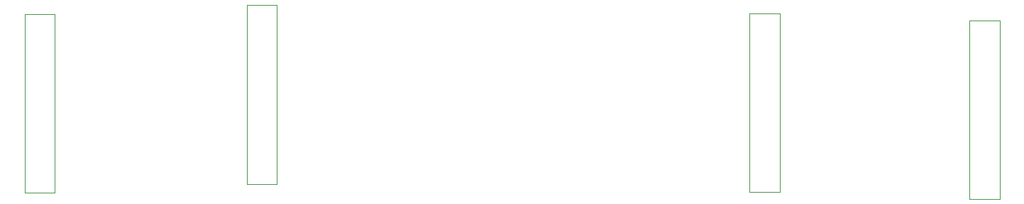
<source format=gbr>
G04 #@! TF.GenerationSoftware,KiCad,Pcbnew,8.0.7-8.0.7-0~ubuntu24.04.1*
G04 #@! TF.CreationDate,2025-01-01T20:03:56-05:00*
G04 #@! TF.ProjectId,promicro_rp2040_pcbholder_wiredver,70726f6d-6963-4726-9f5f-727032303430,rev?*
G04 #@! TF.SameCoordinates,Original*
G04 #@! TF.FileFunction,Other,User*
%FSLAX46Y46*%
G04 Gerber Fmt 4.6, Leading zero omitted, Abs format (unit mm)*
G04 Created by KiCad (PCBNEW 8.0.7-8.0.7-0~ubuntu24.04.1) date 2025-01-01 20:03:56*
%MOMM*%
%LPD*%
G01*
G04 APERTURE LIST*
%ADD10C,0.050000*%
G04 APERTURE END LIST*
D10*
G04 #@! TO.C,J4*
X201652501Y-90506250D02*
X198052501Y-90506250D01*
X198052501Y-90506250D02*
X198052501Y-111856250D01*
X198052501Y-111856250D02*
X201652501Y-111856250D01*
X201652501Y-111856250D02*
X201652501Y-90506250D01*
G04 #@! TO.C,J3*
X175402501Y-89676250D02*
X171802501Y-89676250D01*
X171802501Y-89676250D02*
X171802501Y-111026250D01*
X171802501Y-111026250D02*
X175402501Y-111026250D01*
X175402501Y-111026250D02*
X175402501Y-89676250D01*
G04 #@! TO.C,J2*
X115402501Y-88700000D02*
X111802501Y-88700000D01*
X111802501Y-88700000D02*
X111802501Y-110050000D01*
X111802501Y-110050000D02*
X115402501Y-110050000D01*
X115402501Y-110050000D02*
X115402501Y-88700000D01*
G04 #@! TO.C,J1*
X88902501Y-89756250D02*
X85302501Y-89756250D01*
X85302501Y-89756250D02*
X85302501Y-111106250D01*
X85302501Y-111106250D02*
X88902501Y-111106250D01*
X88902501Y-111106250D02*
X88902501Y-89756250D01*
G04 #@! TD*
M02*

</source>
